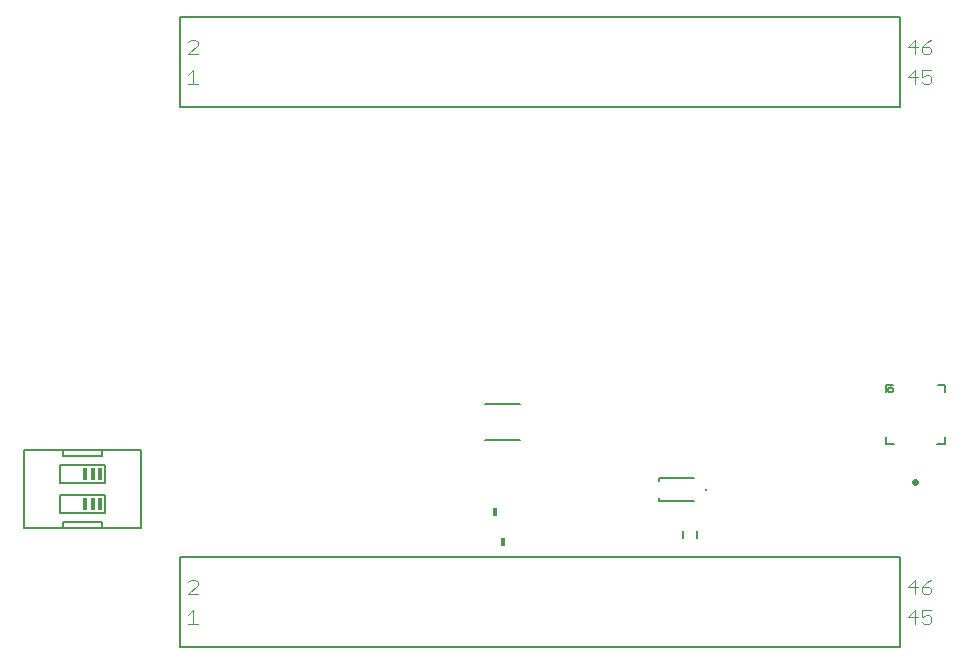
<source format=gto>
G75*
G70*
%OFA0B0*%
%FSLAX24Y24*%
%IPPOS*%
%LPD*%
%AMOC8*
5,1,8,0,0,1.08239X$1,22.5*
%
%ADD10C,0.0040*%
%ADD11C,0.0080*%
%ADD12C,0.0050*%
%ADD13C,0.0220*%
%ADD14R,0.0180X0.0300*%
%ADD15C,0.0060*%
%ADD16R,0.0150X0.0400*%
D10*
X006393Y001121D02*
X006700Y001121D01*
X006546Y001121D02*
X006546Y001581D01*
X006393Y001428D01*
X006393Y002121D02*
X006700Y002428D01*
X006700Y002504D01*
X006623Y002581D01*
X006470Y002581D01*
X006393Y002504D01*
X006393Y002121D02*
X006700Y002121D01*
X030393Y002351D02*
X030700Y002351D01*
X030853Y002351D02*
X031083Y002351D01*
X031160Y002274D01*
X031160Y002197D01*
X031083Y002121D01*
X030930Y002121D01*
X030853Y002197D01*
X030853Y002351D01*
X031007Y002504D01*
X031160Y002581D01*
X030623Y002581D02*
X030623Y002121D01*
X030393Y002351D02*
X030623Y002581D01*
X030623Y001581D02*
X030393Y001351D01*
X030700Y001351D01*
X030853Y001351D02*
X031007Y001428D01*
X031083Y001428D01*
X031160Y001351D01*
X031160Y001197D01*
X031083Y001121D01*
X030930Y001121D01*
X030853Y001197D01*
X030853Y001351D02*
X030853Y001581D01*
X031160Y001581D01*
X030623Y001581D02*
X030623Y001121D01*
X030623Y019121D02*
X030623Y019581D01*
X030393Y019351D01*
X030700Y019351D01*
X030853Y019351D02*
X031007Y019428D01*
X031083Y019428D01*
X031160Y019351D01*
X031160Y019197D01*
X031083Y019121D01*
X030930Y019121D01*
X030853Y019197D01*
X030853Y019351D02*
X030853Y019581D01*
X031160Y019581D01*
X031083Y020121D02*
X030930Y020121D01*
X030853Y020197D01*
X030853Y020351D01*
X031083Y020351D01*
X031160Y020274D01*
X031160Y020197D01*
X031083Y020121D01*
X030853Y020351D02*
X031007Y020504D01*
X031160Y020581D01*
X030700Y020351D02*
X030393Y020351D01*
X030623Y020581D01*
X030623Y020121D01*
X006700Y020121D02*
X006393Y020121D01*
X006700Y020428D01*
X006700Y020504D01*
X006623Y020581D01*
X006470Y020581D01*
X006393Y020504D01*
X006546Y019581D02*
X006546Y019121D01*
X006393Y019121D02*
X006700Y019121D01*
X006393Y019428D02*
X006546Y019581D01*
D11*
X006123Y003351D02*
X006123Y000351D01*
X030123Y000351D01*
X030123Y003351D01*
X006123Y003351D01*
X004823Y004301D02*
X003523Y004301D01*
X002223Y004301D01*
X002223Y004501D01*
X003523Y004501D01*
X003523Y004301D01*
X003623Y004801D02*
X003623Y005401D01*
X002123Y005401D01*
X002123Y004801D01*
X003623Y004801D01*
X004823Y004301D02*
X004823Y006901D01*
X003523Y006901D01*
X002223Y006901D01*
X000923Y006901D01*
X000923Y004301D01*
X002223Y004301D01*
X002123Y005801D02*
X002123Y006401D01*
X003623Y006401D01*
X003623Y005801D01*
X002123Y005801D01*
X002223Y006701D02*
X003523Y006701D01*
X003523Y006901D01*
X002223Y006901D02*
X002223Y006701D01*
X016282Y007260D02*
X017463Y007260D01*
X017463Y008441D02*
X016282Y008441D01*
X006123Y018351D02*
X006123Y021351D01*
X030123Y021351D01*
X030123Y018351D01*
X006123Y018351D01*
D12*
X022086Y005991D02*
X023263Y005991D01*
X023656Y005628D02*
X023656Y005569D01*
X023251Y005219D02*
X022086Y005219D01*
X022086Y005302D01*
X022086Y005900D02*
X022086Y005991D01*
X029639Y007117D02*
X029914Y007117D01*
X029639Y007117D02*
X029639Y007353D01*
X031332Y007117D02*
X031607Y007117D01*
X031607Y007353D01*
X031607Y008849D02*
X031607Y009085D01*
X031371Y009085D01*
X029875Y009085D02*
X029639Y009085D01*
X029639Y008849D01*
X029717Y008928D02*
X029719Y008946D01*
X029725Y008962D01*
X029734Y008977D01*
X029747Y008990D01*
X029762Y008999D01*
X029778Y009005D01*
X029796Y009007D01*
X029814Y009005D01*
X029830Y008999D01*
X029845Y008990D01*
X029858Y008977D01*
X029867Y008962D01*
X029873Y008946D01*
X029875Y008928D01*
X029873Y008910D01*
X029867Y008894D01*
X029858Y008879D01*
X029845Y008866D01*
X029830Y008857D01*
X029814Y008851D01*
X029796Y008849D01*
X029778Y008851D01*
X029762Y008857D01*
X029747Y008866D01*
X029734Y008879D01*
X029725Y008894D01*
X029719Y008910D01*
X029717Y008928D01*
D13*
X030623Y005863D02*
X030623Y005839D01*
D14*
X016873Y003851D03*
X016623Y004851D03*
D15*
X022887Y004219D02*
X022887Y003983D01*
X023359Y003983D02*
X023359Y004219D01*
D16*
X003448Y005101D03*
X003198Y005101D03*
X002948Y005101D03*
X002948Y006101D03*
X003198Y006101D03*
X003448Y006101D03*
M02*

</source>
